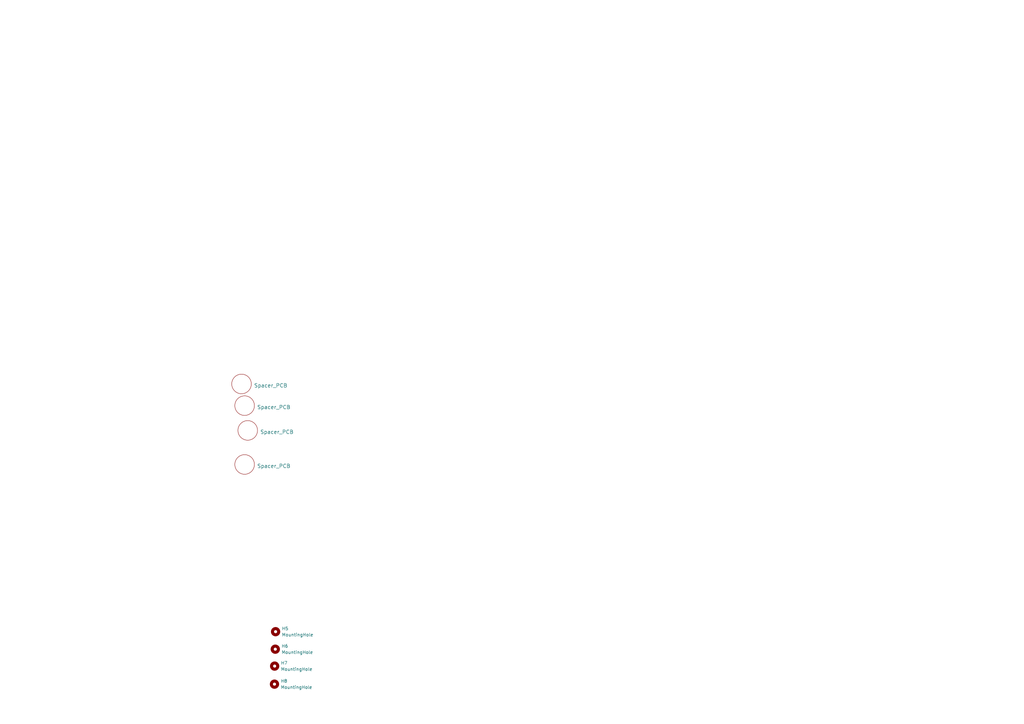
<source format=kicad_sch>
(kicad_sch (version 20250114) (generator "eeschema") (generator_version "9.0")
  (paper "A3")
  (title_block (title "RefleXion X65 - Blank") (date "2025-06-16") (rev "v1.10") (company "Tweety's Wild Thinking") (comment 1 "Design: Markus Knutsson <markus.knutsson@tweety.se>") (comment 2 "Concept: Pedro Quaresma <pq@live.ie>") (comment 3 "https://github.com/TweetyDaBird") (comment 4 "Licensed under Creative Commons BY-SA 4.0 International"))
  (lib_symbols
    (symbol "Keyboard_Plate:Spacer_PCB" (pin_names (offset 1.016))
      (property "Value" "Spacer_PCB" (at 0 1.27 0))
      (symbol "Spacer_PCB_0_1"
        (circle (center 0 0) (radius 4.0132))
      )
    )
    (symbol "Mechanical:MountingHole" (pin_names (offset 1.016)) (exclude_from_sim yes) (in_bom no)
      (property "Reference" "H" (at 0 5.08 0))
      (property "Value" "MountingHole" (at 0 3.175 0))
      (symbol "MountingHole_0_1"
        (circle (center 0 0) (radius 1.27) (stroke (width 1.27)))
      )
    )
  )
  (symbol (lib_id "Mechanical:MountingHole") (at 112.9125 266.2636 0) (unit 1) (exclude_from_sim yes) (in_bom no)
    (property "Reference" "H6" (at 115.4525 264.9935 0) (effects (justify left)))
    (property "Value" "MountingHole" (at 115.4525 267.5335 0) (effects (justify left)))
    (property "Footprint" "MountingHole:MountingHole_3.2mm_M3" (effects (hide yes)))
    (property "Description" "Mounting Hole without connection" (effects (hide yes)))
  )
  (symbol (lib_id "Keyboard_Plate:Spacer_PCB") (at 100.33 190.5 0) (unit 1)
    (property "Reference" "H1" (effects (hide yes)))
    (property "Value" "Spacer_PCB" (at 105.41 191.135 0) (effects (font (size 1.524 1.524)) (justify left)))
    (property "Footprint" "Keyboard_Plate:Spacer Plate hole" (effects (hide yes)))
  )
  (symbol (lib_id "Mechanical:MountingHole") (at 112.5759 280.6026 0) (unit 1) (exclude_from_sim yes) (in_bom no)
    (property "Reference" "H8" (at 115.1159 279.3325 0) (effects (justify left)))
    (property "Value" "MountingHole" (at 115.1159 281.8725 0) (effects (justify left)))
    (property "Footprint" "MountingHole:MountingHole_3.2mm_M3" (effects (hide yes)))
    (property "Description" "Mounting Hole without connection" (effects (hide yes)))
  )
  (symbol (lib_id "Keyboard_Plate:Spacer_PCB") (at 99.06 157.48 0) (unit 1)
    (property "Reference" "H2" (effects (hide yes)))
    (property "Value" "Spacer_PCB" (at 104.14 158.115 0) (effects (font (size 1.524 1.524)) (justify left)))
    (property "Footprint" "Keyboard_Plate:Spacer Plate hole" (effects (hide yes)))
  )
  (symbol (lib_id "Mechanical:MountingHole") (at 112.6432 273.1975 0) (unit 1) (exclude_from_sim yes) (in_bom no)
    (property "Reference" "H7" (at 115.1832 271.9274 0) (effects (justify left)))
    (property "Value" "MountingHole" (at 115.1832 274.4674 0) (effects (justify left)))
    (property "Footprint" "MountingHole:MountingHole_3.2mm_M3" (effects (hide yes)))
    (property "Description" "Mounting Hole without connection" (effects (hide yes)))
  )
  (symbol (lib_id "Keyboard_Plate:Spacer_PCB") (at 100.33 166.37 0) (unit 1)
    (property "Reference" "H3" (effects (hide yes)))
    (property "Value" "Spacer_PCB" (at 105.41 167.005 0) (effects (font (size 1.524 1.524)) (justify left)))
    (property "Footprint" "Keyboard_Plate:Spacer Plate hole" (effects (hide yes)))
  )
  (symbol (lib_id "Mechanical:MountingHole") (at 113.03 259.08 0) (unit 1) (exclude_from_sim yes) (in_bom no)
    (property "Reference" "H5" (at 115.57 257.8099 0) (effects (justify left)))
    (property "Value" "MountingHole" (at 115.57 260.3499 0) (effects (justify left)))
    (property "Footprint" "MountingHole:MountingHole_3.2mm_M3" (effects (hide yes)))
    (property "Description" "Mounting Hole without connection" (effects (hide yes)))
  )
  (symbol (lib_id "Keyboard_Plate:Spacer_PCB") (at 101.6 176.53 0) (unit 1)
    (property "Reference" "H4" (effects (hide yes)))
    (property "Value" "Spacer_PCB" (at 106.68 177.165 0) (effects (font (size 1.524 1.524)) (justify left)))
    (property "Footprint" "Keyboard_Plate:Spacer Plate hole" (effects (hide yes)))
  )
)
</source>
